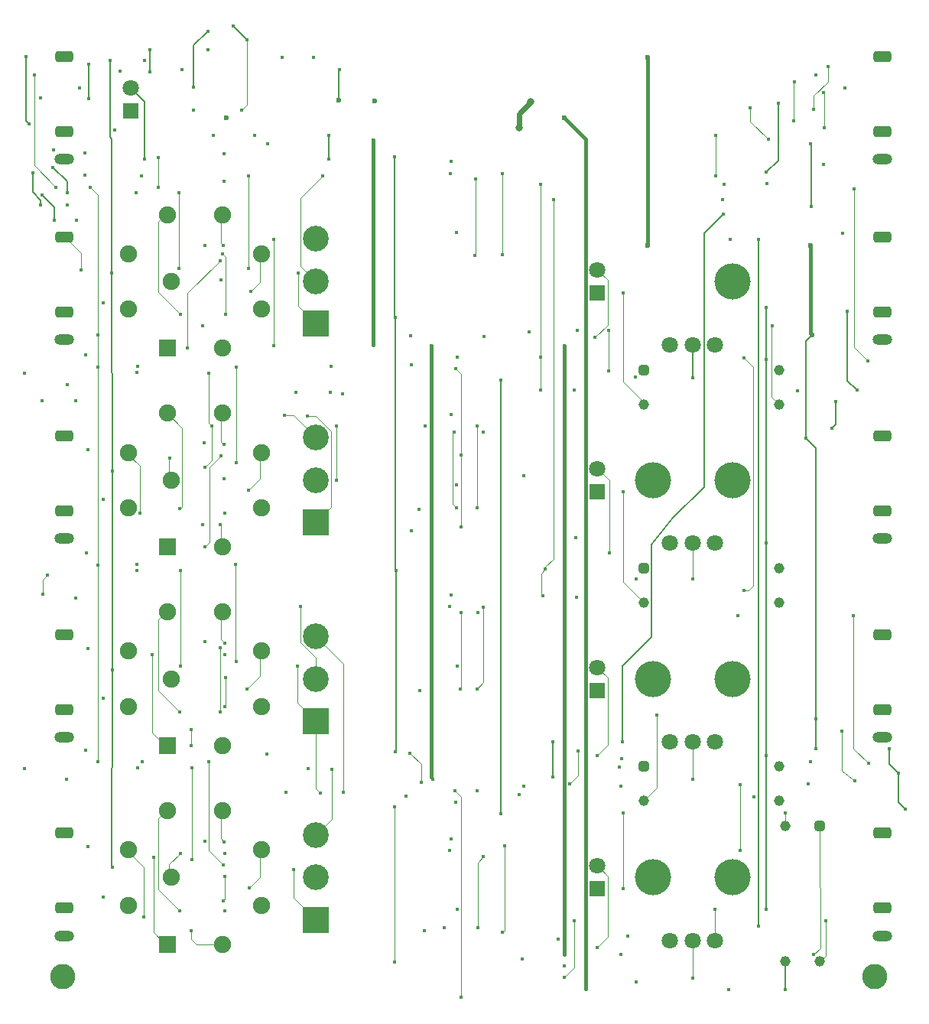
<source format=gbr>
%TF.GenerationSoftware,KiCad,Pcbnew,(6.0.1)*%
%TF.CreationDate,2024-01-20T17:46:19-08:00*%
%TF.ProjectId,main,6d61696e-2e6b-4696-9361-645f70636258,rev?*%
%TF.SameCoordinates,Original*%
%TF.FileFunction,Copper,L3,Inr*%
%TF.FilePolarity,Positive*%
%FSLAX46Y46*%
G04 Gerber Fmt 4.6, Leading zero omitted, Abs format (unit mm)*
G04 Created by KiCad (PCBNEW (6.0.1)) date 2024-01-20 17:46:19*
%MOMM*%
%LPD*%
G01*
G04 APERTURE LIST*
G04 Aperture macros list*
%AMRoundRect*
0 Rectangle with rounded corners*
0 $1 Rounding radius*
0 $2 $3 $4 $5 $6 $7 $8 $9 X,Y pos of 4 corners*
0 Add a 4 corners polygon primitive as box body*
4,1,4,$2,$3,$4,$5,$6,$7,$8,$9,$2,$3,0*
0 Add four circle primitives for the rounded corners*
1,1,$1+$1,$2,$3*
1,1,$1+$1,$4,$5*
1,1,$1+$1,$6,$7*
1,1,$1+$1,$8,$9*
0 Add four rect primitives between the rounded corners*
20,1,$1+$1,$2,$3,$4,$5,0*
20,1,$1+$1,$4,$5,$6,$7,0*
20,1,$1+$1,$6,$7,$8,$9,0*
20,1,$1+$1,$8,$9,$2,$3,0*%
%AMHorizOval*
0 Thick line with rounded ends*
0 $1 width*
0 $2 $3 position (X,Y) of the first rounded end (center of the circle)*
0 $4 $5 position (X,Y) of the second rounded end (center of the circle)*
0 Add line between two ends*
20,1,$1,$2,$3,$4,$5,0*
0 Add two circle primitives to create the rounded ends*
1,1,$1,$2,$3*
1,1,$1,$4,$5*%
G04 Aperture macros list end*
%TA.AperFunction,ComponentPad*%
%ADD10R,2.850000X2.850000*%
%TD*%
%TA.AperFunction,ComponentPad*%
%ADD11C,2.850000*%
%TD*%
%TA.AperFunction,ComponentPad*%
%ADD12RoundRect,0.287500X-0.287500X-0.287500X0.287500X-0.287500X0.287500X0.287500X-0.287500X0.287500X0*%
%TD*%
%TA.AperFunction,ComponentPad*%
%ADD13C,1.150000*%
%TD*%
%TA.AperFunction,WasherPad*%
%ADD14C,4.000000*%
%TD*%
%TA.AperFunction,ComponentPad*%
%ADD15C,1.800000*%
%TD*%
%TA.AperFunction,ComponentPad*%
%ADD16R,1.900000X1.900000*%
%TD*%
%TA.AperFunction,ComponentPad*%
%ADD17HorizOval,1.900000X0.000000X0.000000X0.000000X0.000000X0*%
%TD*%
%TA.AperFunction,ComponentPad*%
%ADD18R,1.800000X1.800000*%
%TD*%
%TA.AperFunction,ComponentPad*%
%ADD19O,2.200000X1.200000*%
%TD*%
%TA.AperFunction,ComponentPad*%
%ADD20RoundRect,0.300000X-0.700000X-0.300000X0.700000X-0.300000X0.700000X0.300000X-0.700000X0.300000X0*%
%TD*%
%TA.AperFunction,ComponentPad*%
%ADD21RoundRect,0.287500X-0.287500X0.287500X-0.287500X-0.287500X0.287500X-0.287500X0.287500X0.287500X0*%
%TD*%
%TA.AperFunction,ComponentPad*%
%ADD22C,2.800000*%
%TD*%
%TA.AperFunction,ViaPad*%
%ADD23C,0.450000*%
%TD*%
%TA.AperFunction,ViaPad*%
%ADD24C,0.600000*%
%TD*%
%TA.AperFunction,ViaPad*%
%ADD25C,0.400000*%
%TD*%
%TA.AperFunction,ViaPad*%
%ADD26C,0.800000*%
%TD*%
%TA.AperFunction,Conductor*%
%ADD27C,0.200000*%
%TD*%
%TA.AperFunction,Conductor*%
%ADD28C,0.400000*%
%TD*%
%TA.AperFunction,Conductor*%
%ADD29C,0.120000*%
%TD*%
%TA.AperFunction,Conductor*%
%ADD30C,0.600000*%
%TD*%
G04 APERTURE END LIST*
D10*
%TO.N,F4{slash}1*%
%TO.C,SW7*%
X73300000Y-140700000D03*
D11*
%TO.N,F4*%
X73300000Y-136000000D03*
%TO.N,Net-(SW7-Pad3)*%
X73300000Y-131300000D03*
%TD*%
D12*
%TO.N,Net-(R126-Pad1)*%
%TO.C,U35*%
X109600000Y-101750000D03*
D13*
%TO.N,Net-(D28-Pad1)*%
X109600000Y-105550000D03*
%TO.N,Net-(R129-Pad2)*%
X124600000Y-101750000D03*
%TO.N,Net-(C79-Pad2)*%
X124600000Y-105550000D03*
%TD*%
D14*
%TO.N,*%
%TO.C,RV10*%
X119400000Y-70000000D03*
D15*
%TO.N,+9V*%
X117500000Y-77000000D03*
%TO.N,Net-(R117-Pad2)*%
X115000000Y-77000000D03*
%TO.N,GND*%
X112500000Y-77000000D03*
%TD*%
D10*
%TO.N,F1{slash}1*%
%TO.C,SW4*%
X73300000Y-74700000D03*
D11*
%TO.N,F1*%
X73300000Y-70000000D03*
%TO.N,Net-(SW4-Pad3)*%
X73300000Y-65300000D03*
%TD*%
D16*
%TO.N,Net-(SW2-Pad1)*%
%TO.C,SW2*%
X56838533Y-77391036D03*
D17*
%TO.N,Net-(SW2-Pad2)*%
X52508964Y-73061467D03*
%TO.N,Net-(SW2-Pad3)*%
X52508964Y-66938533D03*
%TO.N,Net-(SW2-Pad4)*%
X56838533Y-62608964D03*
%TO.N,Net-(SW2-Pad5)*%
X62961467Y-62608964D03*
%TO.N,Net-(SW2-Pad6)*%
X67291036Y-66938533D03*
%TO.N,Net-(SW2-Pad7)*%
X67291036Y-73061467D03*
%TO.N,Net-(SW2-Pad8)*%
X62961467Y-77391036D03*
%TO.N,R1*%
X57250000Y-70000000D03*
%TD*%
D14*
%TO.N,*%
%TO.C,RV11*%
X110600000Y-114000000D03*
X119400000Y-114000000D03*
D15*
%TO.N,+9V*%
X117500000Y-121000000D03*
%TO.N,Net-(R114-Pad2)*%
X115000000Y-121000000D03*
%TO.N,GND*%
X112500000Y-121000000D03*
%TD*%
D18*
%TO.N,Net-(D16-Pad1)*%
%TO.C,D16*%
X52800000Y-51100000D03*
D15*
%TO.N,+9V*%
X52800000Y-48560000D03*
%TD*%
D19*
%TO.N,GND*%
%TO.C,J2*%
X45400000Y-76480000D03*
D20*
%TO.N,Net-(J2-PadT)*%
X45400000Y-65080000D03*
%TO.N,GND*%
X45400000Y-73380000D03*
%TD*%
D18*
%TO.N,Net-(D26-Pad1)*%
%TO.C,D26*%
X104450000Y-71270000D03*
D15*
%TO.N,Net-(D26-Pad2)*%
X104450000Y-68730000D03*
%TD*%
D14*
%TO.N,*%
%TO.C,RV14*%
X119400000Y-92000000D03*
X110600000Y-92000000D03*
D15*
%TO.N,+9V*%
X117500000Y-99000000D03*
%TO.N,Net-(R127-Pad2)*%
X115000000Y-99000000D03*
%TO.N,GND*%
X112500000Y-99000000D03*
%TD*%
D18*
%TO.N,Net-(D28-Pad1)*%
%TO.C,D28*%
X104450000Y-93270000D03*
D15*
%TO.N,Net-(D28-Pad2)*%
X104450000Y-90730000D03*
%TD*%
D18*
%TO.N,Net-(D27-Pad1)*%
%TO.C,D27*%
X104450000Y-137270000D03*
D15*
%TO.N,Net-(D27-Pad2)*%
X104450000Y-134730000D03*
%TD*%
D19*
%TO.N,GND*%
%TO.C,J9*%
X136000000Y-76480000D03*
D20*
%TO.N,Net-(J9-PadT)*%
X136000000Y-65080000D03*
%TO.N,unconnected-(J9-PadTN)*%
X136000000Y-73380000D03*
%TD*%
D10*
%TO.N,F2{slash}1*%
%TO.C,SW6*%
X73300000Y-96700000D03*
D11*
%TO.N,F2*%
X73300000Y-92000000D03*
%TO.N,Net-(SW6-Pad3)*%
X73300000Y-87300000D03*
%TD*%
D19*
%TO.N,GND*%
%TO.C,J3*%
X45400000Y-98480000D03*
D20*
%TO.N,Net-(J3-PadT)*%
X45400000Y-87080000D03*
%TO.N,GND*%
X45400000Y-95380000D03*
%TD*%
D18*
%TO.N,Net-(D25-Pad1)*%
%TO.C,D25*%
X104450000Y-115270000D03*
D15*
%TO.N,Net-(D25-Pad2)*%
X104450000Y-112730000D03*
%TD*%
D16*
%TO.N,Net-(SW8-Pad1)*%
%TO.C,SW8*%
X56838533Y-143391036D03*
D17*
%TO.N,Net-(SW8-Pad2)*%
X52508964Y-139061467D03*
%TO.N,Net-(SW8-Pad3)*%
X52508964Y-132938533D03*
%TO.N,Net-(SW8-Pad4)*%
X56838533Y-128608964D03*
%TO.N,Net-(SW8-Pad5)*%
X62961467Y-128608964D03*
%TO.N,Net-(SW8-Pad6)*%
X67291036Y-132938533D03*
%TO.N,Net-(SW8-Pad7)*%
X67291036Y-139061467D03*
%TO.N,Net-(SW8-Pad8)*%
X62961467Y-143391036D03*
%TO.N,R4*%
X57250000Y-136000000D03*
%TD*%
D14*
%TO.N,*%
%TO.C,RV15*%
X110600000Y-136000000D03*
X119400000Y-136000000D03*
D15*
%TO.N,+9V*%
X117500000Y-143000000D03*
%TO.N,Net-(R124-Pad2)*%
X115000000Y-143000000D03*
%TO.N,GND*%
X112500000Y-143000000D03*
%TD*%
D12*
%TO.N,Net-(R113-Pad1)*%
%TO.C,U30*%
X109600000Y-123700000D03*
D13*
%TO.N,Net-(D25-Pad1)*%
X109600000Y-127500000D03*
%TO.N,Net-(R118-Pad2)*%
X124600000Y-123700000D03*
%TO.N,Net-(C76-Pad2)*%
X124600000Y-127500000D03*
%TD*%
D10*
%TO.N,F3{slash}1*%
%TO.C,SW5*%
X73300000Y-118700000D03*
D11*
%TO.N,F3*%
X73300000Y-114000000D03*
%TO.N,Net-(SW5-Pad3)*%
X73300000Y-109300000D03*
%TD*%
D19*
%TO.N,GND*%
%TO.C,J7*%
X136000000Y-56480000D03*
D20*
%TO.N,Net-(C21-Pad1)*%
X136000000Y-45080000D03*
%TO.N,unconnected-(J7-PadTN)*%
X136000000Y-53380000D03*
%TD*%
D16*
%TO.N,Net-(SW1-Pad1)*%
%TO.C,SW1*%
X56838533Y-99391036D03*
D17*
%TO.N,Net-(SW1-Pad2)*%
X52508964Y-95061467D03*
%TO.N,Net-(SW1-Pad3)*%
X52508964Y-88938533D03*
%TO.N,Net-(SW1-Pad4)*%
X56838533Y-84608964D03*
%TO.N,Net-(SW1-Pad5)*%
X62961467Y-84608964D03*
%TO.N,Net-(SW1-Pad6)*%
X67291036Y-88938533D03*
%TO.N,Net-(SW1-Pad7)*%
X67291036Y-95061467D03*
%TO.N,Net-(SW1-Pad8)*%
X62961467Y-99391036D03*
%TO.N,R2*%
X57250000Y-92000000D03*
%TD*%
D16*
%TO.N,Net-(SW3-Pad1)*%
%TO.C,SW3*%
X56838533Y-121391036D03*
D17*
%TO.N,Net-(SW3-Pad2)*%
X52508964Y-117061467D03*
%TO.N,Net-(SW3-Pad3)*%
X52508964Y-110938533D03*
%TO.N,Net-(SW3-Pad4)*%
X56838533Y-106608964D03*
%TO.N,Net-(SW3-Pad5)*%
X62961467Y-106608964D03*
%TO.N,Net-(SW3-Pad6)*%
X67291036Y-110938533D03*
%TO.N,Net-(SW3-Pad7)*%
X67291036Y-117061467D03*
%TO.N,Net-(SW3-Pad8)*%
X62961467Y-121391036D03*
%TO.N,R3*%
X57250000Y-114000000D03*
%TD*%
D21*
%TO.N,Net-(R123-Pad1)*%
%TO.C,U34*%
X129100000Y-130300000D03*
D13*
%TO.N,Net-(D27-Pad1)*%
X125300000Y-130300000D03*
%TO.N,Net-(R128-Pad2)*%
X129100000Y-145300000D03*
%TO.N,Net-(C78-Pad2)*%
X125300000Y-145300000D03*
%TD*%
D19*
%TO.N,GND*%
%TO.C,J5*%
X45400000Y-142480000D03*
D20*
%TO.N,Net-(J5-PadT)*%
X45400000Y-131080000D03*
%TO.N,GND*%
X45400000Y-139380000D03*
%TD*%
D19*
%TO.N,GND*%
%TO.C,J10*%
X136000000Y-142480000D03*
D20*
%TO.N,Net-(J10-PadT)*%
X136000000Y-131080000D03*
%TO.N,unconnected-(J10-PadTN)*%
X136000000Y-139380000D03*
%TD*%
D19*
%TO.N,GND*%
%TO.C,J4*%
X45400000Y-120480000D03*
D20*
%TO.N,Net-(J4-PadT)*%
X45400000Y-109080000D03*
%TO.N,GND*%
X45400000Y-117380000D03*
%TD*%
D19*
%TO.N,GND*%
%TO.C,J11*%
X136000000Y-98480000D03*
D20*
%TO.N,Net-(J11-PadT)*%
X136000000Y-87080000D03*
%TO.N,unconnected-(J11-PadTN)*%
X136000000Y-95380000D03*
%TD*%
D19*
%TO.N,GND*%
%TO.C,J1*%
X45400000Y-56480000D03*
D20*
%TO.N,Net-(J1-PadT)*%
X45400000Y-45080000D03*
%TO.N,GND*%
X45400000Y-53380000D03*
%TD*%
D13*
%TO.N,Net-(C77-Pad2)*%
%TO.C,U31*%
X124600000Y-83600000D03*
%TO.N,Net-(R119-Pad2)*%
X124600000Y-79800000D03*
%TO.N,Net-(D26-Pad1)*%
X109600000Y-83600000D03*
D12*
%TO.N,Net-(R116-Pad1)*%
X109600000Y-79800000D03*
%TD*%
D19*
%TO.N,GND*%
%TO.C,J8*%
X136000000Y-120480000D03*
D20*
%TO.N,Net-(J8-PadT)*%
X136000000Y-109080000D03*
%TO.N,unconnected-(J8-PadTN)*%
X136000000Y-117380000D03*
%TD*%
D22*
%TO.N,GND*%
%TO.C,TP1*%
X135170000Y-146950000D03*
%TD*%
%TO.N,GND*%
%TO.C,TP2*%
X45280000Y-146950000D03*
%TD*%
D23*
%TO.N,+12V*%
X86050000Y-77075000D03*
X75900000Y-46575000D03*
D24*
X79850000Y-50000000D03*
D23*
X54300000Y-45525000D03*
X79637500Y-57512500D03*
X79637500Y-77037500D03*
X50750000Y-134850000D03*
X124500000Y-50300000D03*
X86255000Y-125095000D03*
D25*
X100770000Y-100080000D03*
D23*
X100770000Y-77095000D03*
X50475489Y-45500000D03*
D24*
X75850000Y-49925000D03*
D23*
X79637500Y-54362500D03*
X50725000Y-69050000D03*
X50737493Y-91012507D03*
X58500000Y-46575000D03*
X123155000Y-57895000D03*
X50750000Y-113000000D03*
D25*
X100770000Y-144520000D03*
X100770000Y-123080000D03*
D23*
%TO.N,-12V*%
X128145000Y-61705000D03*
X103150000Y-103900000D03*
X128105000Y-54805000D03*
X103150000Y-148325000D03*
X103150000Y-54800000D03*
X103150000Y-126900000D03*
X93795000Y-80905000D03*
D24*
X100850000Y-51925000D03*
D23*
X93795000Y-128905000D03*
X103150000Y-80900000D03*
D24*
X63400000Y-51925000D03*
D23*
%TO.N,Net-(C13-Pad1)*%
X123375000Y-54275000D03*
X121406250Y-50743750D03*
%TO.N,Net-(C17-Pad1)*%
X130000000Y-46200000D03*
X128400000Y-50995000D03*
%TO.N,Net-(C20-Pad1)*%
X129475000Y-49075000D03*
X129575000Y-53025000D03*
%TO.N,Net-(C7-Pad1)*%
X54925000Y-44325000D03*
X61350000Y-44325000D03*
X54925000Y-46775000D03*
%TO.N,F3*%
X88125000Y-106025000D03*
X71575000Y-106025000D03*
X134475000Y-123375000D03*
X132850000Y-107000000D03*
X120000000Y-107000000D03*
%TO.N,F4*%
X120239989Y-125689989D03*
X120239989Y-133000000D03*
X127815000Y-125635000D03*
X88150000Y-133000000D03*
%TO.N,F2*%
X85425000Y-86025000D03*
X75550000Y-92000000D03*
X126650000Y-82150000D03*
X75550000Y-86000000D03*
%TO.N,VCA3*%
X49775000Y-116175000D03*
X107200000Y-122800000D03*
%TO.N,VCA1*%
X102250000Y-75450000D03*
X49725000Y-72375000D03*
%TO.N,VCA4*%
X100100000Y-142850000D03*
X49775000Y-138175000D03*
%TO.N,VCA2*%
X102100000Y-98400000D03*
X49725000Y-94175000D03*
%TO.N,Clk*%
X49200000Y-75900000D03*
X55825000Y-59550000D03*
X44500000Y-59550000D03*
X42125000Y-47175000D03*
X49200000Y-101375000D03*
X49179520Y-123195480D03*
X55825000Y-56250000D03*
X49179520Y-79445480D03*
X48275000Y-59550000D03*
%TO.N,Net-(C11-Pad1)*%
X61925000Y-53875000D03*
X67925000Y-54800000D03*
%TO.N,Net-(C12-Pad1)*%
X126275000Y-47925000D03*
X126250000Y-52250000D03*
%TO.N,Net-(C17-Pad2)*%
X128700000Y-47150000D03*
X131850000Y-48600000D03*
D25*
%TO.N,Net-(R30-Pad1)*%
X45800000Y-81400000D03*
X41050000Y-80200000D03*
D23*
%TO.N,Net-(R31-Pad1)*%
X45750000Y-61500000D03*
X42850000Y-61500000D03*
X41975000Y-57975000D03*
%TO.N,Net-(R39-Pad1)*%
X45700000Y-125150000D03*
X41000000Y-123900000D03*
%TO.N,1f*%
X133215000Y-82035000D03*
X132175000Y-73325000D03*
%TO.N,2f*%
X130845000Y-83305000D03*
X130450000Y-86250000D03*
%TO.N,3f*%
X131550000Y-119750000D03*
X133000000Y-125250000D03*
%TO.N,Net-(U10-Pad3)*%
X53950000Y-58300000D03*
X65834511Y-58300000D03*
X65834511Y-68584511D03*
%TO.N,Net-(U11-Pad3)*%
X53450000Y-101350000D03*
X64475000Y-112100000D03*
X64399453Y-101350000D03*
%TO.N,Net-(C10-Pad1)*%
X66550000Y-53875000D03*
X74700000Y-56425000D03*
X74700000Y-53875000D03*
%TO.N,+9V*%
X123199511Y-72900489D03*
X88300000Y-104725000D03*
X47800000Y-121900000D03*
X61030000Y-66055000D03*
X61000000Y-109900000D03*
X88250000Y-56750000D03*
X54350000Y-56450000D03*
X63125000Y-58925000D03*
X60975000Y-131950000D03*
X47850000Y-100050000D03*
X44225000Y-55425000D03*
X84737500Y-95262500D03*
X88925000Y-139550000D03*
X117500000Y-139550000D03*
X88300000Y-131750000D03*
X47750000Y-55800000D03*
X84837500Y-115312500D03*
X88925000Y-112550000D03*
X88900000Y-92550000D03*
X47725000Y-58250000D03*
X131650000Y-64700000D03*
X69950000Y-126525000D03*
X63125000Y-55875000D03*
X123199511Y-139549511D03*
X47800000Y-78125000D03*
X123199511Y-99000489D03*
X123199511Y-78600000D03*
X123199511Y-122500489D03*
X88875000Y-64550000D03*
X60950000Y-87875000D03*
X74950000Y-79425000D03*
X76230656Y-82479367D03*
X85337500Y-141912500D03*
X128062500Y-123137500D03*
X88250000Y-84750000D03*
X67850000Y-122300000D03*
%TO.N,+5V*%
X128650000Y-121750000D03*
X127550000Y-87350000D03*
D24*
X110000000Y-45200000D03*
D23*
X73075000Y-45200000D03*
D24*
X110000000Y-66000000D03*
X128250000Y-75900000D03*
X128100000Y-66000000D03*
D23*
X128650000Y-118450000D03*
X136750000Y-121750000D03*
X138550000Y-128400000D03*
X137800000Y-124450000D03*
X69575000Y-45200000D03*
%TO.N,Net-(C64-Pad1)*%
X91932926Y-76082926D03*
X83775000Y-76025000D03*
%TO.N,Net-(C65-Pad1)*%
X96325000Y-125875000D03*
X91115000Y-126365000D03*
X83725000Y-122225000D03*
X84950000Y-125500000D03*
%TO.N,OSC3*%
X95800000Y-126850000D03*
X121775000Y-127075000D03*
%TO.N,Net-(C74-Pad1)*%
X89384511Y-89265489D03*
X96350000Y-91500000D03*
X88785000Y-79635000D03*
X83875000Y-97575000D03*
X89384511Y-97165489D03*
X83875000Y-79225000D03*
%TO.N,OSC2*%
X120712500Y-78487500D03*
X88985000Y-78365000D03*
X120712500Y-104212500D03*
%TO.N,Net-(C75-Pad1)*%
X83300000Y-127000000D03*
X88785000Y-127635000D03*
X82050000Y-128150000D03*
X96175000Y-145025000D03*
X82050000Y-145350000D03*
%TO.N,OSC4*%
X88735000Y-126365000D03*
X89409511Y-149290489D03*
X119050000Y-148400000D03*
%TO.N,Net-(C77-Pad2)*%
X123800000Y-74900000D03*
X96937500Y-75612500D03*
%TO.N,Net-(C78-Pad2)*%
X125300000Y-148400000D03*
D26*
%TO.N,Net-(D1-Pad2)*%
X95800000Y-52950000D03*
X97077500Y-50147500D03*
D23*
%TO.N,Net-(D15-Pad1)*%
X42800000Y-49650000D03*
X47100000Y-48550000D03*
%TO.N,Net-(D15-Pad2)*%
X59710000Y-48540000D03*
X48150000Y-45950000D03*
X48159511Y-49759511D03*
X61350000Y-42325000D03*
%TO.N,Net-(D25-Pad1)*%
X111050000Y-118000000D03*
%TO.N,Net-(D25-Pad2)*%
X104475000Y-122475000D03*
%TO.N,Net-(D26-Pad1)*%
X107300000Y-71250000D03*
%TO.N,Net-(D26-Pad2)*%
X104200000Y-76200000D03*
%TO.N,Net-(D27-Pad1)*%
X125300000Y-128874999D03*
X107300000Y-137270000D03*
X107324999Y-128874999D03*
%TO.N,Net-(D27-Pad2)*%
X104475000Y-143775000D03*
%TO.N,Net-(D28-Pad1)*%
X107300000Y-93270000D03*
%TO.N,Net-(D28-Pad2)*%
X105795000Y-100095000D03*
%TO.N,Net-(Q2-Pad1)*%
X41550000Y-52600000D03*
X41175000Y-45125000D03*
%TO.N,Net-(R14-Pad1)*%
X117600000Y-53800000D03*
X117600000Y-58350000D03*
X123275000Y-59125000D03*
%TO.N,-9V*%
X129550000Y-57050000D03*
X82025489Y-56225489D03*
X82100000Y-122100000D03*
X82100000Y-74000000D03*
X82200000Y-102050000D03*
%TO.N,Net-(R19-Pad1)*%
X64146787Y-41753213D03*
X59705000Y-51080000D03*
X65671787Y-43278213D03*
X65050000Y-51075000D03*
%TO.N,Net-(R33-Pad2)*%
X46737500Y-83212500D03*
X42950000Y-83250000D03*
%TO.N,Net-(R35-Pad1)*%
X45750000Y-60200000D03*
X44200000Y-57400000D03*
%TO.N,Net-(R35-Pad2)*%
X43000000Y-60400000D03*
X44350000Y-63200000D03*
X46799520Y-63250480D03*
%TO.N,Net-(R37-Pad2)*%
X43100000Y-104600000D03*
X46737500Y-105062500D03*
X43600000Y-102550000D03*
%TO.N,Net-(R56-Pad1)*%
X93925000Y-67075000D03*
X93925000Y-58025000D03*
%TO.N,Net-(R62-Pad1)*%
X91150000Y-115100000D03*
X91850000Y-106050000D03*
%TO.N,Net-(R86-Pad1)*%
X91155000Y-86005000D03*
X91155000Y-95095000D03*
%TO.N,Net-(R91-Pad1)*%
X94200000Y-132500000D03*
X93975000Y-142075000D03*
%TO.N,Net-(R111-Pad2)*%
X105750000Y-79900000D03*
X105750000Y-75450000D03*
%TO.N,Net-(R113-Pad1)*%
X106900000Y-123800000D03*
%TO.N,Net-(R114-Pad2)*%
X107100000Y-125900000D03*
X115000000Y-125150000D03*
%TO.N,Net-(R117-Pad2)*%
X115000000Y-80700000D03*
X108700000Y-80550000D03*
%TO.N,Net-(R118-Pad2)*%
X101400000Y-125635000D03*
X102350000Y-121950000D03*
%TO.N,Net-(R119-Pad2)*%
X101900000Y-82000000D03*
%TO.N,Net-(R123-Pad1)*%
X128450000Y-144500000D03*
X107050000Y-144500000D03*
%TO.N,Net-(R124-Pad2)*%
X115000000Y-147150000D03*
X108750000Y-147600000D03*
%TO.N,Net-(R127-Pad2)*%
X108750000Y-102900000D03*
X115000000Y-102900000D03*
%TO.N,Net-(R128-Pad2)*%
X129750000Y-140800000D03*
X100840000Y-147060000D03*
X101950000Y-140800000D03*
%TO.N,Net-(R129-Pad2)*%
X102162074Y-104987926D03*
%TO.N,SIG3*%
X118400000Y-62550000D03*
X107250000Y-120950000D03*
X99525000Y-124875000D03*
X99550000Y-120950000D03*
%TO.N,SIG1*%
X118465000Y-59235000D03*
X98185000Y-59235000D03*
X98185000Y-78365000D03*
X98200000Y-82000000D03*
%TO.N,SIG4*%
X100810000Y-145790000D03*
X119150000Y-65350000D03*
X122300000Y-65350000D03*
X107850000Y-142450000D03*
X122300000Y-141400000D03*
%TO.N,SIG2*%
X118350000Y-60950000D03*
X98727926Y-101877926D03*
X99600000Y-60950000D03*
X98400000Y-104800000D03*
%TO.N,Net-(U6-Pad3)*%
X53525000Y-79425000D03*
X64450000Y-79450000D03*
X64450000Y-90050000D03*
%TO.N,F2{slash}1*%
X72400000Y-84900000D03*
X53475000Y-80075000D03*
X61450000Y-80150000D03*
X61750000Y-86000000D03*
X60995000Y-90595000D03*
%TO.N,F1{slash}1*%
X53425000Y-60200000D03*
X58170000Y-68595000D03*
X58150000Y-60150000D03*
X71330978Y-69069022D03*
%TO.N,F3{slash}1*%
X58295000Y-112595000D03*
X58300000Y-102050000D03*
X73770000Y-126620000D03*
X53450000Y-102050000D03*
X71245000Y-112595000D03*
%TO.N,Net-(SW1-Pad5)*%
X63125000Y-88075000D03*
%TO.N,Net-(SW1-Pad1)*%
X62800000Y-89325000D03*
X61050000Y-99350000D03*
%TO.N,Net-(SW1-Pad2)*%
X63115000Y-91865000D03*
%TO.N,Net-(SW1-Pad6)*%
X65800000Y-93135000D03*
%TO.N,Net-(SW1-Pad3)*%
X53800000Y-95700000D03*
X63250000Y-95700000D03*
%TO.N,Net-(SW1-Pad8)*%
X62750000Y-96900000D03*
X60800000Y-96900000D03*
%TO.N,Net-(SW1-Pad4)*%
X58250000Y-95150000D03*
%TO.N,R2*%
X57100000Y-89550000D03*
%TO.N,Net-(SW2-Pad5)*%
X63080000Y-66055000D03*
%TO.N,Net-(SW2-Pad1)*%
X59100000Y-77400000D03*
X62700000Y-67700000D03*
%TO.N,Net-(SW2-Pad2)*%
X62765000Y-69865000D03*
%TO.N,Net-(SW2-Pad6)*%
X66065000Y-71135000D03*
%TO.N,Net-(SW2-Pad3)*%
X62950000Y-66950000D03*
X63275000Y-73675000D03*
%TO.N,Net-(SW2-Pad8)*%
X60750000Y-74950000D03*
%TO.N,Net-(SW2-Pad4)*%
X58325000Y-73675000D03*
%TO.N,Net-(SW3-Pad5)*%
X63205000Y-110055000D03*
%TO.N,Net-(SW3-Pad1)*%
X63250000Y-111350000D03*
X55200000Y-111300000D03*
%TO.N,Net-(SW3-Pad2)*%
X63265000Y-113865000D03*
X63238533Y-117061467D03*
%TO.N,Net-(SW3-Pad6)*%
X65685000Y-115135000D03*
%TO.N,Net-(SW3-Pad3)*%
X62750000Y-110600000D03*
X62750000Y-117700000D03*
%TO.N,Net-(SW3-Pad8)*%
X59525000Y-121375000D03*
X59525000Y-119625000D03*
%TO.N,Net-(SW3-Pad4)*%
X58200000Y-117700000D03*
%TO.N,Net-(SW5-Pad3)*%
X76310000Y-126560000D03*
%TO.N,Net-(U12-Pad12)*%
X71130000Y-82270000D03*
X74900000Y-82250000D03*
%TO.N,Net-(SW6-Pad3)*%
X69860000Y-84840000D03*
%TO.N,Net-(SW4-Pad3)*%
X68600000Y-77100000D03*
X68600000Y-65350000D03*
%TO.N,F4{slash}1*%
X70850000Y-135100000D03*
X59550000Y-134050000D03*
X72484511Y-123934511D03*
X59550000Y-123850000D03*
X53600000Y-123850000D03*
%TO.N,Net-(SW7-Pad3)*%
X75040000Y-124040000D03*
%TO.N,Net-(U14-Pad3)*%
X54050000Y-123200000D03*
X61465489Y-123200000D03*
X63055000Y-134595000D03*
%TO.N,Net-(SW8-Pad5)*%
X63155000Y-132055000D03*
%TO.N,Net-(SW8-Pad1)*%
X63200000Y-133350000D03*
X55334511Y-133784511D03*
%TO.N,Net-(SW8-Pad2)*%
X63215000Y-135865000D03*
X63025000Y-138625000D03*
%TO.N,Net-(SW8-Pad6)*%
X65885000Y-137135000D03*
%TO.N,Net-(SW8-Pad3)*%
X63200000Y-139700000D03*
X54200000Y-140350000D03*
%TO.N,Net-(SW8-Pad8)*%
X59500000Y-141850000D03*
%TO.N,Net-(SW8-Pad4)*%
X58200000Y-139700000D03*
%TO.N,R4*%
X58300000Y-133300000D03*
%TO.N,F1*%
X74050000Y-58300000D03*
X88175000Y-58025000D03*
X134450000Y-78800000D03*
X132930489Y-59719511D03*
%TO.N,Net-(U18-Pad4)*%
X90895000Y-67095000D03*
X90950000Y-58700000D03*
%TO.N,Net-(U19-Pad4)*%
X89409511Y-106659511D03*
X89300000Y-115095000D03*
X91250000Y-106675000D03*
%TO.N,Net-(U24-Pad4)*%
X91875000Y-86675000D03*
X88600000Y-86700000D03*
X88900000Y-95100000D03*
%TO.N,Net-(U25-Pad4)*%
X87550000Y-141550000D03*
X91200000Y-141550000D03*
X91875000Y-133675000D03*
%TO.N,Net-(D16-Pad1)*%
X51000000Y-53250000D03*
%TO.N,Net-(J1-PadT)*%
X51650000Y-46750000D03*
%TO.N,Net-(J2-PadT)*%
X47325000Y-68775000D03*
%TO.N,Net-(J3-PadT)*%
X48050000Y-88650000D03*
%TO.N,Net-(J4-PadT)*%
X48050000Y-110650000D03*
%TO.N,Net-(J5-PadT)*%
X48050000Y-132550000D03*
%TD*%
D27*
%TO.N,+12V*%
X50737493Y-91012507D02*
X50750000Y-113000000D01*
D28*
X100770000Y-100080000D02*
X100770000Y-123080000D01*
X79637500Y-54362500D02*
X79637500Y-57512500D01*
D27*
X75850000Y-46625000D02*
X75850000Y-49925000D01*
X86050000Y-124890000D02*
X86255000Y-125095000D01*
X75900000Y-46575000D02*
X75850000Y-46625000D01*
X50475489Y-45500000D02*
X50475489Y-54017261D01*
X50725000Y-54266772D02*
X50725000Y-69050000D01*
D28*
X100770000Y-123080000D02*
X100770000Y-144520000D01*
X86050000Y-77075000D02*
X86050000Y-124890000D01*
X79637500Y-57512500D02*
X79637500Y-77037500D01*
D27*
X124500000Y-56600000D02*
X123200000Y-57900000D01*
D28*
X100770000Y-77095000D02*
X100770000Y-100080000D01*
D27*
X124500000Y-50300000D02*
X124500000Y-56600000D01*
X50725000Y-69050000D02*
X50737493Y-91012507D01*
X50750000Y-113000000D02*
X50725000Y-134875000D01*
X50475489Y-54017261D02*
X50725000Y-54266772D01*
%TO.N,-12V*%
X93795000Y-80905000D02*
X93795000Y-128895000D01*
X128145000Y-54845000D02*
X128145000Y-61705000D01*
D28*
X103150000Y-54225000D02*
X103150000Y-54800000D01*
X103150000Y-126900000D02*
X103150000Y-148325000D01*
X100850000Y-51925000D02*
X103150000Y-54225000D01*
X103150000Y-54800000D02*
X103150000Y-80900000D01*
X103150000Y-80900000D02*
X103150000Y-103900000D01*
D27*
X128105000Y-54805000D02*
X128145000Y-54845000D01*
D28*
X103150000Y-103900000D02*
X103150000Y-126900000D01*
D29*
%TO.N,Net-(C13-Pad1)*%
X123375000Y-54275000D02*
X121406250Y-52306250D01*
X121406250Y-52306250D02*
X121406250Y-50743750D01*
%TO.N,Net-(C17-Pad1)*%
X130000000Y-47864797D02*
X130000000Y-46200000D01*
X128400000Y-50995000D02*
X128405000Y-49459797D01*
X128405000Y-49459797D02*
X130000000Y-47864797D01*
%TO.N,Net-(C20-Pad1)*%
X129575000Y-53025000D02*
X129575000Y-49175000D01*
X129575000Y-49175000D02*
X129475000Y-49075000D01*
D27*
%TO.N,Net-(C7-Pad1)*%
X54925000Y-44325000D02*
X54925000Y-46750000D01*
D29*
%TO.N,F3*%
X71575000Y-109957259D02*
X73300000Y-111682259D01*
X132850000Y-121750000D02*
X134475000Y-123375000D01*
X73300000Y-111682259D02*
X73300000Y-114000000D01*
X71575000Y-106025000D02*
X71575000Y-109957259D01*
X132850000Y-107000000D02*
X132850000Y-121750000D01*
%TO.N,F4*%
X120239989Y-133000000D02*
X120239989Y-125689989D01*
%TO.N,F2*%
X75550000Y-92000000D02*
X75550000Y-86000000D01*
%TO.N,Clk*%
X55825000Y-56250000D02*
X55825000Y-59550000D01*
X49179520Y-60450000D02*
X49179520Y-123195480D01*
X42125000Y-47175000D02*
X42125000Y-54825000D01*
X42125000Y-57175000D02*
X44500000Y-59550000D01*
X48275000Y-59550000D02*
X49179520Y-60454520D01*
X42125000Y-54825000D02*
X42125000Y-57175000D01*
%TO.N,Net-(C12-Pad1)*%
X126250000Y-47950000D02*
X126250000Y-52250000D01*
X126275000Y-47925000D02*
X126250000Y-47950000D01*
D27*
%TO.N,Net-(R31-Pad1)*%
X42850000Y-60991772D02*
X42850000Y-61500000D01*
X41975000Y-60116772D02*
X42850000Y-60991772D01*
X41975000Y-57975000D02*
X41975000Y-60116772D01*
%TO.N,1f*%
X132175000Y-80995000D02*
X133215000Y-82035000D01*
X132175000Y-73325000D02*
X132175000Y-80995000D01*
%TO.N,2f*%
X130845000Y-85855000D02*
X130845000Y-83305000D01*
X130450000Y-86250000D02*
X130845000Y-85855000D01*
D29*
%TO.N,3f*%
X133000000Y-125250000D02*
X131550000Y-124150000D01*
X131550000Y-124150000D02*
X131550000Y-119750000D01*
%TO.N,Net-(U10-Pad3)*%
X65834511Y-58300000D02*
X65834511Y-68584511D01*
%TO.N,Net-(U11-Pad3)*%
X64399453Y-101350000D02*
X64399453Y-111999453D01*
D27*
%TO.N,Net-(C10-Pad1)*%
X74700000Y-53875000D02*
X74700000Y-56425000D01*
%TO.N,+9V*%
X123199511Y-78600000D02*
X123199511Y-99000489D01*
D29*
X117500000Y-143000000D02*
X117500000Y-139550000D01*
D27*
X123199511Y-99000489D02*
X123199511Y-122500489D01*
X123199511Y-122500489D02*
X123199511Y-139549511D01*
X123199511Y-78600000D02*
X123199511Y-72900489D01*
X54350000Y-50110000D02*
X54350000Y-56450000D01*
X52800000Y-48560000D02*
X54350000Y-50110000D01*
%TO.N,+5V*%
X136750000Y-121750000D02*
X136750000Y-123400000D01*
X128650000Y-118450000D02*
X128650000Y-88450000D01*
X128650000Y-121750000D02*
X128650000Y-118450000D01*
X137800000Y-124450000D02*
X137800000Y-127650000D01*
X136750000Y-123400000D02*
X137800000Y-124450000D01*
D28*
X110000000Y-45200000D02*
X110000000Y-66000000D01*
D27*
X127550000Y-76600000D02*
X128250000Y-75900000D01*
X137800000Y-127650000D02*
X138550000Y-128400000D01*
D28*
X128100000Y-66000000D02*
X128100000Y-75750000D01*
D27*
X127550000Y-87350000D02*
X127550000Y-76600000D01*
X128650000Y-88450000D02*
X127550000Y-87350000D01*
D28*
X128100000Y-75750000D02*
X128250000Y-75900000D01*
D29*
%TO.N,Net-(C65-Pad1)*%
X84950000Y-123450000D02*
X84950000Y-125500000D01*
X83725000Y-122225000D02*
X84950000Y-123450000D01*
%TO.N,Net-(C74-Pad1)*%
X88785000Y-79635000D02*
X89384511Y-80234511D01*
X89384511Y-80234511D02*
X89384511Y-89265489D01*
X89384511Y-89265489D02*
X89384511Y-97165489D01*
%TO.N,OSC2*%
X121750000Y-79525000D02*
X121750000Y-103700000D01*
X121237500Y-104212500D02*
X120712500Y-104212500D01*
X121750000Y-103700000D02*
X121237500Y-104212500D01*
X120712500Y-78487500D02*
X121750000Y-79525000D01*
%TO.N,Net-(C75-Pad1)*%
X82050000Y-128150000D02*
X82050000Y-145350000D01*
%TO.N,OSC4*%
X88735000Y-126365000D02*
X89409511Y-127039511D01*
X89409511Y-127039511D02*
X89409511Y-149290489D01*
%TO.N,Net-(C77-Pad2)*%
X123765489Y-82765489D02*
X124600000Y-83600000D01*
X123800000Y-74900000D02*
X123765489Y-74934511D01*
X123765489Y-74934511D02*
X123765489Y-82765489D01*
D27*
%TO.N,Net-(C78-Pad2)*%
X125300000Y-148400000D02*
X125300000Y-145300000D01*
D30*
%TO.N,Net-(D1-Pad2)*%
X95800000Y-52950000D02*
X95800000Y-51425000D01*
X95800000Y-51425000D02*
X97077500Y-50147500D01*
D27*
%TO.N,Net-(D15-Pad2)*%
X48150000Y-49750000D02*
X48159511Y-49759511D01*
X48150000Y-47400000D02*
X48150000Y-49750000D01*
X48150000Y-45950000D02*
X48150000Y-47400000D01*
X61350000Y-42325000D02*
X59710000Y-43865000D01*
X59710000Y-43865000D02*
X59710000Y-48540000D01*
D29*
%TO.N,Net-(D25-Pad1)*%
X111050000Y-118000000D02*
X111050000Y-126050000D01*
X111050000Y-126050000D02*
X109600000Y-127500000D01*
%TO.N,Net-(D25-Pad2)*%
X105609511Y-121340489D02*
X105609511Y-113889511D01*
X105609511Y-113889511D02*
X104450000Y-112730000D01*
X104475000Y-122475000D02*
X105609511Y-121340489D01*
%TO.N,Net-(D26-Pad1)*%
X107300000Y-81100000D02*
X109600000Y-83400000D01*
X107300000Y-71250000D02*
X107300000Y-81100000D01*
%TO.N,Net-(D26-Pad2)*%
X105609511Y-74790489D02*
X105609511Y-69869511D01*
X104200000Y-76200000D02*
X105609511Y-74790489D01*
X105609511Y-69869511D02*
X104450000Y-68710000D01*
%TO.N,Net-(D27-Pad1)*%
X107300000Y-137270000D02*
X107300000Y-128899998D01*
X107300000Y-128899998D02*
X107324999Y-128874999D01*
X125300000Y-128874999D02*
X125300000Y-130300000D01*
%TO.N,Net-(D27-Pad2)*%
X105659511Y-135889511D02*
X104500000Y-134730000D01*
X104475000Y-143775000D02*
X105659511Y-142590489D01*
X105659511Y-142590489D02*
X105659511Y-135889511D01*
%TO.N,Net-(D28-Pad1)*%
X107300000Y-103250000D02*
X107300000Y-93270000D01*
X109600000Y-105550000D02*
X107300000Y-103250000D01*
%TO.N,Net-(D28-Pad2)*%
X105795000Y-92025000D02*
X104500000Y-90730000D01*
X105795000Y-100095000D02*
X105795000Y-92025000D01*
D27*
%TO.N,Net-(Q2-Pad1)*%
X41175000Y-52225000D02*
X41550000Y-52600000D01*
X41175000Y-45125000D02*
X41175000Y-52225000D01*
D29*
%TO.N,Net-(R14-Pad1)*%
X117600000Y-58350000D02*
X117600000Y-53800000D01*
D27*
%TO.N,-9V*%
X82025489Y-56225489D02*
X82025489Y-73925489D01*
X82200000Y-102050000D02*
X82200000Y-122000000D01*
X82200000Y-122000000D02*
X82100000Y-122100000D01*
X82025489Y-73925489D02*
X82100000Y-74000000D01*
X82100000Y-101950000D02*
X82200000Y-102050000D01*
X82100000Y-74000000D02*
X82100000Y-101950000D01*
D29*
%TO.N,Net-(R19-Pad1)*%
X65671787Y-43278213D02*
X65671787Y-50453213D01*
X65671787Y-50453213D02*
X65050000Y-51075000D01*
D27*
X64146787Y-41753213D02*
X65671787Y-43278213D01*
%TO.N,Net-(R35-Pad1)*%
X45750000Y-58950000D02*
X45750000Y-60200000D01*
X44200000Y-57400000D02*
X45750000Y-58950000D01*
%TO.N,Net-(R35-Pad2)*%
X44350000Y-61750000D02*
X44350000Y-63200000D01*
X43000000Y-60400000D02*
X44350000Y-61750000D01*
D29*
%TO.N,Net-(R37-Pad2)*%
X43100000Y-103050000D02*
X43600000Y-102550000D01*
X43100000Y-104600000D02*
X43100000Y-103050000D01*
%TO.N,Net-(R56-Pad1)*%
X93925000Y-58025000D02*
X93925000Y-67075000D01*
%TO.N,Net-(R62-Pad1)*%
X91850000Y-106050000D02*
X91850000Y-114400000D01*
X91850000Y-114400000D02*
X91150000Y-115100000D01*
%TO.N,Net-(R86-Pad1)*%
X91155000Y-95095000D02*
X91155000Y-86005000D01*
%TO.N,Net-(R91-Pad1)*%
X94200000Y-141850000D02*
X93975000Y-142075000D01*
X94200000Y-132500000D02*
X94200000Y-141850000D01*
%TO.N,Net-(R111-Pad2)*%
X105750000Y-79900000D02*
X105750000Y-75450000D01*
%TO.N,Net-(R114-Pad2)*%
X115000000Y-125150000D02*
X115000000Y-121000000D01*
D27*
%TO.N,Net-(R117-Pad2)*%
X115000000Y-80700000D02*
X115000000Y-77000000D01*
D29*
%TO.N,Net-(R118-Pad2)*%
X101400000Y-125635000D02*
X102350000Y-124685000D01*
X102350000Y-124685000D02*
X102350000Y-121950000D01*
%TO.N,Net-(R123-Pad1)*%
X129134511Y-143815489D02*
X129100000Y-130300000D01*
X128450000Y-144500000D02*
X129134511Y-143815489D01*
%TO.N,Net-(R124-Pad2)*%
X115000000Y-147150000D02*
X115000000Y-143000000D01*
%TO.N,Net-(R127-Pad2)*%
X115000000Y-102900000D02*
X115000000Y-99000000D01*
%TO.N,Net-(R128-Pad2)*%
X101950000Y-145950000D02*
X101950000Y-140800000D01*
X100840000Y-147060000D02*
X101950000Y-145950000D01*
X129750000Y-144650000D02*
X129100000Y-145300000D01*
X129750000Y-140800000D02*
X129750000Y-144650000D01*
D27*
%TO.N,SIG3*%
X107250000Y-112600000D02*
X107250000Y-120950000D01*
X110474511Y-109375489D02*
X107250000Y-112600000D01*
X112850000Y-96200000D02*
X110474511Y-99125489D01*
X116300489Y-92749511D02*
X112850000Y-96200000D01*
X99550000Y-120950000D02*
X99550000Y-124850000D01*
X118400000Y-62550000D02*
X116300489Y-64649511D01*
X116300489Y-64649511D02*
X116300489Y-92749511D01*
X99550000Y-124850000D02*
X99525000Y-124875000D01*
X110474511Y-99125489D02*
X110474511Y-109375489D01*
D29*
%TO.N,SIG1*%
X98185000Y-78365000D02*
X98185000Y-81985000D01*
X98185000Y-81985000D02*
X98200000Y-82000000D01*
X98185000Y-78365000D02*
X98185000Y-59235000D01*
D27*
%TO.N,SIG4*%
X122300000Y-141400000D02*
X122300000Y-65350000D01*
D29*
%TO.N,SIG2*%
X99600000Y-60950000D02*
X99600000Y-100700000D01*
X98400000Y-104800000D02*
X98290480Y-104690480D01*
X98727926Y-101572074D02*
X99600000Y-100700000D01*
X98290480Y-102315372D02*
X98727926Y-101877926D01*
X98290480Y-104690480D02*
X98290480Y-102315372D01*
X98727926Y-101877926D02*
X98727926Y-101572074D01*
%TO.N,Net-(U6-Pad3)*%
X64450000Y-79450000D02*
X64450000Y-90050000D01*
%TO.N,F2{slash}1*%
X74984511Y-95015489D02*
X73300000Y-96700000D01*
X61750000Y-86000000D02*
X61750000Y-89840000D01*
X74984511Y-86602252D02*
X74984511Y-95015489D01*
X61450000Y-85700000D02*
X61750000Y-86000000D01*
X72400000Y-84900000D02*
X73282259Y-84900000D01*
X73282259Y-84900000D02*
X74984511Y-86602252D01*
X61450000Y-80150000D02*
X61450000Y-85700000D01*
X61750000Y-89840000D02*
X60995000Y-90595000D01*
%TO.N,F1{slash}1*%
X58170000Y-68595000D02*
X58170000Y-60150000D01*
X71330978Y-69069022D02*
X71330978Y-72730978D01*
X71330978Y-72730978D02*
X73300000Y-74700000D01*
%TO.N,F3{slash}1*%
X58300000Y-112590000D02*
X58295000Y-112595000D01*
X58300000Y-102050000D02*
X58300000Y-112590000D01*
X73770000Y-126620000D02*
X73300000Y-126150000D01*
X71245000Y-116645000D02*
X73300000Y-118700000D01*
X71245000Y-112595000D02*
X71245000Y-116645000D01*
X73300000Y-126150000D02*
X73300000Y-118700000D01*
%TO.N,Net-(SW1-Pad5)*%
X62761467Y-84608964D02*
X62761467Y-87761467D01*
X62761467Y-87761467D02*
X63100000Y-88100000D01*
%TO.N,Net-(SW1-Pad1)*%
X61551956Y-90573044D02*
X61551956Y-98848044D01*
X61551956Y-98848044D02*
X61050000Y-99350000D01*
X62800000Y-89325000D02*
X61551956Y-90573044D01*
%TO.N,Net-(SW1-Pad6)*%
X67091036Y-91843964D02*
X67091036Y-88938533D01*
X65800000Y-93135000D02*
X67091036Y-91843964D01*
%TO.N,Net-(SW1-Pad3)*%
X53800000Y-95700000D02*
X53800000Y-90429569D01*
X53800000Y-90429569D02*
X52308964Y-88938533D01*
%TO.N,Net-(SW1-Pad8)*%
X62750000Y-96900000D02*
X62761467Y-96911467D01*
X62761467Y-96911467D02*
X62761467Y-99391036D01*
%TO.N,Net-(SW1-Pad4)*%
X58459511Y-86229942D02*
X56838533Y-84608964D01*
X58459511Y-94940489D02*
X58459511Y-86229942D01*
X58250000Y-95150000D02*
X58459511Y-94940489D01*
%TO.N,R2*%
X57050000Y-89600000D02*
X57050000Y-92000000D01*
X57100000Y-89550000D02*
X57050000Y-89600000D01*
%TO.N,Net-(SW2-Pad5)*%
X62761467Y-65736467D02*
X62761467Y-62608964D01*
X63080000Y-66055000D02*
X62761467Y-65736467D01*
%TO.N,Net-(SW2-Pad1)*%
X59100000Y-71300000D02*
X59100000Y-77400000D01*
X62700000Y-67700000D02*
X59100000Y-71300000D01*
%TO.N,Net-(SW2-Pad6)*%
X67091036Y-70108964D02*
X67091036Y-66938533D01*
X66065000Y-71135000D02*
X67091036Y-70108964D01*
%TO.N,Net-(SW2-Pad3)*%
X63275000Y-73675000D02*
X63275000Y-67275000D01*
X63275000Y-67275000D02*
X62950000Y-66950000D01*
%TO.N,Net-(SW2-Pad4)*%
X55840489Y-63407008D02*
X56638533Y-62608964D01*
X58325000Y-73675000D02*
X55840489Y-71190489D01*
X55840489Y-71190489D02*
X55840489Y-63407008D01*
%TO.N,Net-(SW3-Pad5)*%
X62761467Y-109611467D02*
X62761467Y-106608964D01*
X63205000Y-110055000D02*
X62761467Y-109611467D01*
%TO.N,Net-(SW3-Pad1)*%
X55200000Y-119952503D02*
X55200000Y-111300000D01*
X56638533Y-121391036D02*
X55200000Y-119952503D01*
%TO.N,Net-(SW3-Pad2)*%
X63238533Y-117061467D02*
X63265000Y-117035000D01*
X63265000Y-117035000D02*
X63265000Y-113865000D01*
%TO.N,Net-(SW3-Pad6)*%
X67091036Y-113728964D02*
X67091036Y-110938533D01*
X65685000Y-115135000D02*
X67091036Y-113728964D01*
%TO.N,Net-(SW3-Pad3)*%
X62750000Y-117700000D02*
X62750000Y-110600000D01*
%TO.N,Net-(SW3-Pad8)*%
X59525000Y-119625000D02*
X59525000Y-121375000D01*
%TO.N,Net-(SW3-Pad4)*%
X55840489Y-115340489D02*
X55840489Y-107407008D01*
X55840489Y-107407008D02*
X56638533Y-106608964D01*
X58200000Y-117700000D02*
X55840489Y-115340489D01*
%TO.N,Net-(SW5-Pad3)*%
X76310000Y-112310000D02*
X73300000Y-109300000D01*
X76310000Y-126560000D02*
X76310000Y-112310000D01*
%TO.N,Net-(SW6-Pad3)*%
X69860000Y-84840000D02*
X70840000Y-84840000D01*
X70840000Y-84840000D02*
X73300000Y-87300000D01*
%TO.N,Net-(SW4-Pad3)*%
X68600000Y-77100000D02*
X68600000Y-65350000D01*
%TO.N,F4{slash}1*%
X70850000Y-138250000D02*
X73300000Y-140700000D01*
X59550000Y-134050000D02*
X59550000Y-123850000D01*
X70850000Y-135100000D02*
X70850000Y-138250000D01*
%TO.N,Net-(SW7-Pad3)*%
X75040000Y-129560000D02*
X73300000Y-131300000D01*
X75040000Y-124040000D02*
X75040000Y-129560000D01*
%TO.N,Net-(U14-Pad3)*%
X61465489Y-123200000D02*
X61465489Y-133005489D01*
X61465489Y-133005489D02*
X63055000Y-134595000D01*
%TO.N,Net-(SW8-Pad5)*%
X62761467Y-131661467D02*
X62761467Y-128608964D01*
X63155000Y-132055000D02*
X62761467Y-131661467D01*
%TO.N,Net-(SW8-Pad1)*%
X55334511Y-142087014D02*
X56638533Y-143391036D01*
X55334511Y-133784511D02*
X55334511Y-142087014D01*
%TO.N,Net-(SW8-Pad2)*%
X63215000Y-138435000D02*
X63215000Y-135865000D01*
X63025000Y-138625000D02*
X63215000Y-138435000D01*
%TO.N,Net-(SW8-Pad6)*%
X67091036Y-135928964D02*
X67091036Y-132938533D01*
X65885000Y-137135000D02*
X67091036Y-135928964D01*
%TO.N,Net-(SW8-Pad3)*%
X52308964Y-132938533D02*
X54100000Y-134729569D01*
X54200000Y-134829569D02*
X54200000Y-140350000D01*
X54100000Y-134729569D02*
X54200000Y-134829569D01*
%TO.N,Net-(SW8-Pad8)*%
X59500000Y-142800000D02*
X59500000Y-141850000D01*
X60091036Y-143391036D02*
X59500000Y-142800000D01*
X62761467Y-143391036D02*
X60091036Y-143391036D01*
%TO.N,Net-(SW8-Pad4)*%
X58200000Y-139700000D02*
X55840489Y-137340489D01*
X55840489Y-137340489D02*
X55840489Y-129407008D01*
X55840489Y-129407008D02*
X56638533Y-128608964D01*
%TO.N,R4*%
X57050000Y-134550000D02*
X57050000Y-136000000D01*
X58300000Y-133300000D02*
X57050000Y-134550000D01*
%TO.N,F1*%
X71615489Y-68315489D02*
X73300000Y-70000000D01*
X71615489Y-60734511D02*
X71615489Y-68315489D01*
X74050000Y-58300000D02*
X71615489Y-60734511D01*
X132930489Y-77280489D02*
X134450000Y-78800000D01*
X132930489Y-59719511D02*
X132930489Y-77280489D01*
%TO.N,Net-(U18-Pad4)*%
X90950000Y-67040000D02*
X90895000Y-67095000D01*
X90950000Y-58700000D02*
X90950000Y-67040000D01*
%TO.N,Net-(U19-Pad4)*%
X89409511Y-114985489D02*
X89409511Y-106659511D01*
X89300000Y-115095000D02*
X89409511Y-114985489D01*
%TO.N,Net-(U24-Pad4)*%
X88415489Y-94615489D02*
X88415489Y-86884511D01*
X88415489Y-86884511D02*
X88600000Y-86700000D01*
X88900000Y-95100000D02*
X88415489Y-94615489D01*
%TO.N,Net-(U25-Pad4)*%
X91200000Y-134350000D02*
X91875000Y-133675000D01*
X91200000Y-141550000D02*
X91200000Y-134350000D01*
%TO.N,Net-(J2-PadT)*%
X47325000Y-68775000D02*
X47325000Y-66905000D01*
X47325000Y-66905000D02*
X45500000Y-65080000D01*
%TD*%
M02*

</source>
